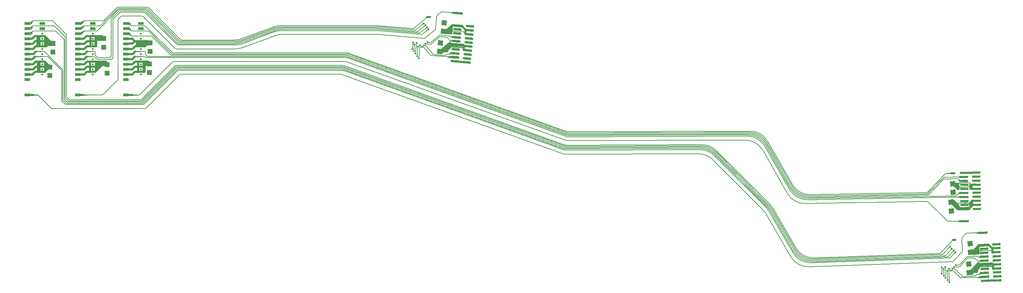
<source format=gbr>
*
G4_C Author: OrCAD GerbTool(tm) 8.1.1 Thu Jun 19 01:00:05 2003*
G4 Mass Parameters *
G4 Image *
G4 Aperture Definitions *
G4 Plot Data *
G4 Mass Parameters *
G4 Image *
G4 Aperture Definitions *
G4 Plot Data *
G4 Mass Parameters *
G4 Image *
G4 Aperture Definitions *
G4 Plot Data *
G4 Mass Parameters *
G4 Image *
G4 Aperture Definitions *
G4 Plot Data *
G4 Mass Parameters *
G4 Image *
G4 Aperture Definitions *
G4 Plot Data *
G4 Mass Parameters *
G4 Image *
G4 Aperture Definitions *
G4 Plot Data *
G4 Mass Parameters *
G4 Image *
G4 Aperture Definitions *
G4 Plot Data *
G4 Mass Parameters *
G4 Image *
G4 Aperture Definitions *
G4 Plot Data *
%LPD*%
%FSLAX34Y34*%
%MOIN*%
%AD*%
%AMD25R98*
20,1,0.025000,0.000000,-0.035000,0.000000,0.035000,98.600000*
%
%AMD10R98*
20,1,0.050000,-0.025000,0.000000,0.025000,0.000000,98.600000*
%
%AMD25R98N2*
20,1,0.025000,0.000000,-0.035000,0.000000,0.035000,98.600000*
%
%AMD10R98N2*
20,1,0.050000,-0.025000,0.000000,0.025000,0.000000,98.600000*
%
%AMD25R86*
20,1,0.025000,0.000000,-0.035000,0.000000,0.035000,86.080000*
%
%AMD10R86*
20,1,0.050000,-0.025000,0.000000,0.025000,0.000000,86.080000*
%
%AMD16R5*
20,1,0.025000,-0.035000,0.000000,0.035000,0.000000,5.450000*
%
%AMD10R5*
20,1,0.050000,-0.025000,0.000000,0.025000,0.000000,5.450000*
%
%AMD16R5N2*
20,1,0.025000,-0.035000,0.000000,0.035000,0.000000,5.450000*
%
%AMD10R5N2*
20,1,0.050000,-0.025000,0.000000,0.025000,0.000000,5.450000*
%
%AMD31R3*
20,1,0.025000,0.034920,-0.002390,-0.034920,0.002390,3.950000*
%
%AMD32R3*
20,1,0.050000,-0.001710,-0.024940,0.001710,0.024940,3.950000*
%
%AMD31R3N2*
20,1,0.025000,0.034920,-0.002390,-0.034920,0.002390,3.910000*
%
%AMD32R3N2*
20,1,0.050000,-0.001710,-0.024940,0.001710,0.024940,3.910000*
%
%AMD31R3N3*
20,1,0.025000,0.034920,-0.002390,-0.034920,0.002390,3.920000*
%
%AMD32R3N3*
20,1,0.050000,-0.001710,-0.024940,0.001710,0.024940,3.920000*
%
%AMD29R85*
20,1,0.022000,0.000000,-0.040000,0.000000,0.040000,85.000000*
%
%AMD42R85*
20,1,0.050000,-0.025000,0.000000,0.025000,0.000000,85.000000*
%
%AMD29R92*
20,1,0.022000,0.000000,-0.040000,0.000000,0.040000,92.400000*
%
%AMD42R92*
20,1,0.050000,-0.025000,0.000000,0.025000,0.000000,92.400000*
%
%AMD29R91*
20,1,0.022000,0.000000,-0.040000,0.000000,0.040000,91.300000*
%
%AMD42R91*
20,1,0.050000,-0.025000,0.000000,0.025000,0.000000,91.300000*
%
%AMD29R85N2*
20,1,0.022000,0.000000,-0.040000,0.000000,0.040000,85.000000*
%
%AMD42R85N2*
20,1,0.050000,-0.025000,0.000000,0.025000,0.000000,85.000000*
%
%AMD29R91N2*
20,1,0.022000,0.000000,-0.040000,0.000000,0.040000,91.000000*
%
%AMD42R91N2*
20,1,0.050000,-0.025000,0.000000,0.025000,0.000000,91.000000*
%
%AMD29R92N2*
20,1,0.022000,0.000000,-0.040000,0.000000,0.040000,92.000000*
%
%AMD42R92N2*
20,1,0.050000,-0.025000,0.000000,0.025000,0.000000,92.000000*
%
%ADD10R,0.050000X0.050000*%
%ADD11C,0.006000*%
%ADD12C,0.019000*%
%ADD13C,0.007900*%
%ADD14C,0.005000*%
%ADD15C,0.000800*%
%ADD16R,0.070000X0.025000*%
%ADD17R,0.068000X0.023000*%
%ADD18C,0.006000*%
%ADD19C,0.009800*%
%ADD20C,0.010000*%
%ADD21C,0.030000*%
%ADD22C,0.060000*%
%ADD23C,0.035000*%
%ADD24C,0.055000*%
%ADD25R,0.025000X0.070000*%
%ADD26D25R98*%
%ADD27R,0.029000X0.058000*%
%ADD28R,0.031000X0.060000*%
%ADD29R,0.022000X0.080000*%
%ADD30R,0.024000X0.082000*%
%ADD31R,0.030000X0.030000*%
%ADD32D10R86*%
%ADD33D16R5*%
%ADD34D10R5*%
%ADD35D16R5N2*%
%ADD36D10R5N2*%
%ADD37D31R3*%
%ADD38D32R3*%
%ADD39R,0.070000X0.025000*%
%ADD40D32R3N2*%
%ADD41R,0.070000X0.025000*%
%ADD42R,0.050000X0.050000*%
%ADD43D29R85*%
%ADD44D42R85*%
%ADD45D29R92*%
%ADD46D42R92*%
%ADD47D29R91*%
%ADD48D42R91*%
%ADD49D29R85N2*%
%ADD50D42R85N2*%
%ADD51D29R91N2*%
%ADD52D42R91N2*%
%ADD53D29R92N2*%
%ADD54D42R92N2*%
%ADD256R,0.058000X0.029000*%
G4_C OrCAD GerbTool Tool List *
G54D20*
G1X11540Y31868D2*
G1X11031Y31868D1*
G1X12223Y34128D2*
G54D12*
G1X12223Y34601D1*
G1X12223Y34246D2*
G1X12223Y34718D1*
G1X12276Y36623D2*
G1X12277Y37097D1*
G1X12194Y36118D2*
G54D11*
G1X11606Y36117D1*
G1X12294Y36018D2*
G75*
G3X12194Y36118I-100J0D1*
G74*
G1X11689Y31868D2*
G1X11427Y31868D1*
G1X11759Y31897D2*
G75*
G2X11689Y31868I-71J71D1*
G74*
G1X6231Y31866D2*
G54D12*
G1X5680Y31866D1*
G1X8073Y31869D2*
G54D11*
G1X6429Y31868D1*
G1X8143Y31898D2*
G75*
G2X8073Y31869I-71J71D1*
G74*
G1X6130Y31866D2*
G54D20*
G1X6571Y31866D1*
G1X1331Y31868D2*
G54D12*
G1X782Y31868D1*
G1X1741Y31868D2*
G54D20*
G1X1232Y31868D1*
G1X1811Y31837D2*
G75*
G54D11*
G3X1741Y31868I-71J-71D1*
G74*
G1X10971Y37368D2*
G54D12*
G1X10395Y37367D1*
G1X10526Y36367D2*
G1X11021Y36367D1*
G1X11272Y36619D1*
G1X10533Y35866D2*
G1X11032Y35866D1*
G1X11018Y34869D2*
G1X10471Y34869D1*
G1X10470Y34369D2*
G1X11017Y34369D1*
G1X11268Y34619D1*
G1X11004Y35368D2*
G1X11255Y35619D1*
G1X11269Y35119D2*
G1X11018Y34869D1*
G1X11259Y34119D2*
G1X11011Y33869D1*
G1X11032Y35866D2*
G1X11285Y36119D1*
G1X11016Y36871D2*
G1X10443Y36871D1*
G1X11264Y37119D2*
G1X11016Y36871D1*
G1X9629Y39226D2*
G75*
G54D11*
G2X9659Y39297I100J0D1*
G74*
G1X6331Y39111D2*
G1X6201Y39005D1*
G1X6271Y37365D2*
G54D12*
G1X6523Y37617D1*
G1X6320Y36365D2*
G1X6571Y36617D1*
G1X6317Y34367D2*
G1X6567Y34616D1*
G1X6303Y35367D2*
G1X6553Y35617D1*
G1X6567Y35116D2*
G1X6318Y34867D1*
G1X6558Y34117D2*
G1X6309Y33867D1*
G1X6553Y35617D2*
G54D20*
G1X7030Y35616D1*
G1X6331Y35865D2*
G54D12*
G1X6585Y36118D1*
G1X6585Y36117D2*
G54D20*
G1X7031Y36117D1*
G1X7832Y34617D2*
G54D12*
G1X6584Y34617D1*
G1X7883Y34616D2*
G1X7382Y34117D1*
G1X6558Y34117D1*
G1X6563Y37117D2*
G1X6316Y36868D1*
G1X7856Y34668D2*
G1X7406Y35117D1*
G1X7490Y37117D2*
G1X6563Y37117D1*
G1X6523Y37617D2*
G1X7490Y37617D1*
G1X7491Y36617D2*
G1X6571Y36617D1*
G1X8239Y34970D2*
G1X7738Y34471D1*
G1X6191Y38487D2*
G54D11*
G1X6327Y38599D1*
G75*
G2X6390Y38621I63J-78D1*
G74*
G1X6303Y38079D2*
G1X6196Y37992D1*
G1X6367Y38103D2*
G75*
G3X6303Y38079I0J-100D1*
G74*
G1X7254Y35617D2*
G1X6805Y35617D1*
G1X7326Y35587D2*
G75*
G3X7254Y35617I-71J-71D1*
G74*
G1X7398Y35728D2*
G75*
G2X7369Y35798I71J71D1*
G74*
G1X7369Y36016D1*
G1X7269Y36117D2*
G1X6805Y36117D1*
G1X7369Y36016D2*
G75*
G3X7269Y36117I-100J0D1*
G74*
G1X7564Y35561D2*
G1X7398Y35728D1*
G1X7635Y35531D2*
G75*
G2X7564Y35561I0J100D1*
G74*
G1X7516Y35396D2*
G1X7326Y35587D1*
G1X7587Y35367D2*
G75*
G2X7516Y35396I0J100D1*
G74*
G1X1045Y37762D2*
G1X1175Y37868D1*
G1X1045Y37975D1*
G1X1065Y37946D2*
G1X1065Y37792D1*
G1X1103Y37923D2*
G1X1102Y37814D1*
G1X1050Y37869D2*
G1X1175Y37868D1*
G1X1045Y38262D2*
G1X1175Y38369D1*
G1X1066Y38446D2*
G1X1065Y38292D1*
G1X1102Y38423D2*
G1X1103Y38315D1*
G1X1050Y38369D2*
G1X1175Y38369D1*
G1X1067Y38946D2*
G1X1066Y38792D1*
G1X1103Y38923D2*
G1X1104Y38815D1*
G1X1052Y38868D2*
G1X1176Y38869D1*
G1X1242Y38524D2*
G75*
G2X1341Y38624I100J0D1*
G74*
G1X1242Y38468D2*
G1X1242Y38524D1*
G1X1141Y38369D2*
G75*
G3X1242Y38468I0J100D1*
G74*
G1X1050Y37869D2*
G1X1175Y37868D1*
G1X1241Y38023D2*
G75*
G2X1341Y38123I100J0D1*
G74*
G1X1242Y37969D2*
G1X1241Y38023D1*
G1X1141Y37869D2*
G75*
G3X1242Y37969I0J100D1*
G74*
G1X1175Y38869D2*
G1X1045Y38975D1*
G1X1051Y38869D2*
G1X1175Y38869D1*
G1X1141Y38868D2*
G75*
G3X1241Y38969I0J100D1*
G74*
G1X1173Y38368D2*
G1X1044Y38475D1*
G1X1090Y38414D2*
G1X1215Y38413D1*
G1X1094Y38449D2*
G1X1219Y38449D1*
G1X1141Y38488D2*
G1X1271Y38594D1*
G1X1099Y38423D2*
G1X1229Y38529D1*
G1X1030Y38474D2*
G1X1154Y38473D1*
G1X1108Y38396D2*
G1X1238Y38502D1*
G1X1043Y38975D2*
G1X1169Y38975D1*
G1X1083Y38915D2*
G1X1207Y38915D1*
G1X1085Y38954D2*
G1X1210Y38953D1*
G1X1239Y39026D2*
G1X1109Y38919D1*
G1X1232Y38985D2*
G1X1102Y38879D1*
G1X1217Y38960D2*
G1X1087Y38854D1*
G1X1082Y38440D2*
G1X1212Y38547D1*
G1X1146Y37993D2*
G1X1276Y38099D1*
G1X1065Y37927D2*
G1X1195Y38033D1*
G1X1006Y37974D2*
G1X1130Y37974D1*
G1X1098Y37913D2*
G1X1223Y37913D1*
G1X1101Y37946D2*
G1X1226Y37946D1*
G1X1105Y37973D2*
G1X1230Y37972D1*
G1X1100Y37914D2*
G1X1230Y38021D1*
G1X1241Y38969D2*
G1X1241Y39029D1*
G75*
G2X1342Y39129I100J0D1*
G74*
G1X1283Y39112D2*
G1X1153Y39006D1*
G1X1227Y39067D2*
G1X1097Y38961D1*
G1X1222Y37366D2*
G54D12*
G1X645Y37367D1*
G1X1222Y37366D2*
G1X1474Y37618D1*
G1X1114Y38928D2*
G54D11*
G1X1242Y39057D1*
G1X775Y36366D2*
G54D12*
G1X1271Y36366D1*
G1X783Y35866D2*
G1X1283Y35866D1*
G1X721Y33868D2*
G1X1221Y33868D1*
G1X1269Y34868D2*
G1X721Y34867D1*
G1X721Y34368D2*
G1X1267Y34368D1*
G1X721Y35368D2*
G1X1255Y35368D1*
G1X1504Y35618D1*
G1X1510Y34118D2*
G1X1260Y33868D1*
G1X1266Y36869D2*
G1X694Y36870D1*
G1X1514Y37118D2*
G1X1266Y36869D1*
G1X1057Y38772D2*
G54D11*
G1X1187Y38879D1*
G1X1635Y36118D2*
G54D20*
G1X2081Y36117D1*
G1X2934Y34618D2*
G54D12*
G1X2434Y34118D1*
G1X2906Y34668D2*
G1X2457Y35118D1*
G1X1320Y36366D2*
G1X1572Y36618D1*
G1X1316Y34368D2*
G1X1567Y34618D1*
G1X1567Y35117D2*
G1X1318Y34868D1*
G1X1332Y35866D2*
G1X1584Y36119D1*
G1X14979Y35988D2*
G75*
G54D11*
G2X14909Y36017I0J100D1*
G74*
G1X14907Y35868D2*
G75*
G2X14837Y35897I0J100D1*
G74*
G1X14826Y35748D2*
G75*
G2X14756Y35777I0J100D1*
G74*
G1X14961Y35099D2*
G1X11759Y31897D1*
G1X15031Y35128D2*
G75*
G3X14961Y35099I0J-100D1*
G74*
G1X15272Y34748D2*
G75*
G3X15202Y34719I0J-100D1*
G74*
G1X15260Y34599D2*
G75*
G2X15330Y34628I71J-71D1*
G74*
G1X15387Y34508D2*
G75*
G3X15317Y34479I0J-100D1*
G74*
G1X15380Y34359D2*
G75*
G2X15450Y34388I71J-71D1*
G74*
G1X15524Y34268D2*
G75*
G3X15454Y34239I0J-100D1*
G74*
G1X15649Y33859D2*
G75*
G2X15719Y33888I71J-71D1*
G74*
G1X9764Y39936D2*
G75*
G2X9834Y39965I71J-71D1*
G74*
G1X9690Y40056D2*
G75*
G2X9760Y40085I71J-71D1*
G74*
G1X9627Y40176D2*
G75*
G2X9697Y40205I71J-71D1*
G74*
G1X9570Y40296D2*
G75*
G2X9640Y40325I71J-71D1*
G74*
G1X9513Y40416D2*
G75*
G2X9583Y40445I71J-71D1*
G74*
G1X9659Y39297D2*
G1X9915Y39554D1*
G75*
G2X9985Y39583I71J-71D1*
G74*
G1X12155Y30938D2*
G1X15454Y34239D1*
G1X12085Y30909D2*
G75*
G3X12155Y30938I0J100D1*
G74*
G1X15380Y34359D2*
G1X12080Y31058D1*
G75*
G2X12010Y31029I-71J71D1*
G74*
G1X12017Y31178D2*
G1X15317Y34479D1*
G1X11947Y31149D2*
G75*
G3X12017Y31178I0J100D1*
G74*
G1X15260Y34599D2*
G1X11960Y31298D1*
G75*
G2X11890Y31269I-71J71D1*
G74*
G1X11902Y31418D2*
G1X15202Y34719D1*
G1X11832Y31389D2*
G75*
G3X11902Y31418I0J100D1*
G74*
G1X11832Y31389D2*
G1X4883Y31389D1*
G75*
G2X4813Y31418I0J100D1*
G74*
G1X4784Y31269D2*
G1X11890Y31269D1*
G1X4713Y31298D2*
G75*
G3X4784Y31269I71J71D1*
G74*
G1X11947Y31149D2*
G1X4686Y31149D1*
G75*
G2X4615Y31178I0J100D1*
G74*
G1X4611Y31029D2*
G1X12010Y31029D1*
G1X4541Y31058D2*
G75*
G3X4611Y31029I71J71D1*
G74*
G1X12085Y30909D2*
G1X4512Y30909D1*
G75*
G2X4442Y30938I0J100D1*
G74*
G1X4128Y31252D1*
G1X4099Y31322D2*
G75*
G3X4128Y31252I100J0D1*
G74*
G1X4541Y31058D2*
G1X4248Y31351D1*
G75*
G2X4219Y31421I71J71D1*
G74*
G1X4615Y31178D2*
G1X4368Y31427D1*
G75*
G2X4339Y31497I71J71D1*
G74*
G1X4488Y31525D2*
G1X4713Y31298D1*
G1X4459Y31595D2*
G75*
G3X4488Y31525I100J0D1*
G74*
G1X4813Y31418D2*
G1X4611Y31620D1*
G75*
G2X4582Y31690I71J71D1*
G74*
G1X4099Y31322D2*
G1X4099Y34227D1*
G75*
G3X4070Y34297I-100J0D1*
G74*
G1X4219Y31421D2*
G1X4219Y34277D1*
G75*
G3X4190Y34347I-100J0D1*
G74*
G1X4070Y34297D2*
G1X2777Y35589D1*
G1X2707Y35618D2*
G1X1857Y35618D1*
G1X2777Y35589D2*
G75*
G3X2707Y35618I-71J-71D1*
G74*
G1X4190Y34347D2*
G1X2448Y36089D1*
G1X2378Y36118D2*
G1X1856Y36118D1*
G1X2448Y36089D2*
G75*
G3X2378Y36118I-71J-71D1*
G74*
G1X4339Y31497D2*
G1X4339Y37272D1*
G75*
G3X4310Y37342I-100J0D1*
G74*
G1X4459Y31595D2*
G1X4459Y37492D1*
G75*
G3X4430Y37562I-100J0D1*
G74*
G1X4582Y31690D2*
G1X4582Y37728D1*
G75*
G3X4553Y37798I-100J0D1*
G74*
G1X4310Y37342D2*
G1X3559Y38094D1*
G75*
G3X3489Y38123I-71J-71D1*
G74*
G1X4430Y37562D2*
G1X3399Y38594D1*
G75*
G3X3329Y38623I-71J-71D1*
G74*
G1X4553Y37798D2*
G1X3252Y39099D1*
G75*
G3X3182Y39128I-71J-71D1*
G74*
G1X2434Y34118D2*
G54D12*
G1X1510Y34118D1*
G1X2883Y34618D2*
G1X1550Y34618D1*
G1X2457Y35118D2*
G1X1550Y35117D1*
G1X2181Y35618D2*
G54D20*
G1X1550Y35618D1*
G1X2542Y37118D2*
G54D12*
G1X1514Y37118D1*
G1X3329Y38623D2*
G54D11*
G1X1341Y38623D1*
G1X3182Y39128D2*
G1X1342Y39128D1*
G1X3489Y38123D2*
G1X1340Y38123D1*
G1X1811Y31837D2*
G1X3091Y30558D1*
G75*
G3X3161Y30529I71J71D1*
G74*
G1X12280Y30529D1*
G1X12350Y30558D2*
G1X15649Y33859D1*
G1X12280Y30529D2*
G75*
G3X12350Y30558I0J100D1*
G74*
G1X8143Y31898D2*
G1X9600Y33355D1*
G1X9629Y33425D2*
G1X9629Y39226D1*
G1X9600Y33355D2*
G75*
G3X9629Y33425I-71J71D1*
G74*
G1X5671Y33867D2*
G54D12*
G1X6270Y33867D1*
G1X5669Y34367D2*
G1X6317Y34367D1*
G1X6318Y34867D2*
G1X5670Y34866D1*
G1X5670Y35367D2*
G1X6303Y35367D1*
G1X5732Y35865D2*
G1X6331Y35865D1*
G1X5724Y36365D2*
G1X6320Y36365D1*
G1X6271Y37365D2*
G1X5594Y37366D1*
G1X6316Y36868D2*
G1X5642Y36869D1*
G1X6129Y37879D2*
G54D11*
G1X5999Y37984D1*
G1X5999Y37773D2*
G1X6129Y37879D1*
G1X6004Y37879D1*
G1X6019Y37956D2*
G1X6019Y37801D1*
G1X6129Y37879D2*
G1X6004Y37879D1*
G1X6052Y37923D2*
G1X6178Y37923D1*
G1X6095Y37879D2*
G75*
G3X6196Y37979I0J100D1*
G74*
G1X6059Y37983D2*
G1X6184Y37983D1*
G1X6054Y37925D2*
G1X6184Y38031D1*
G1X6195Y38020D2*
G1X6195Y38075D1*
G1X6217Y38098D2*
G1X6019Y37937D1*
G1X6057Y37933D2*
G1X6057Y37825D1*
G1X6055Y37956D2*
G1X6180Y37956D1*
G1X6279Y38121D2*
G75*
G3X6217Y38098I0J-101D1*
G74*
G1X6196Y37979D2*
G1X6196Y38034D1*
G1X6423Y38121D2*
G1X6279Y38121D1*
G1X5961Y37965D2*
G1X6074Y38018D1*
G1X6061Y38012D2*
G1X6174Y38064D1*
G1X6129Y38379D2*
G1X5999Y38484D1*
G1X5999Y38273D2*
G1X6129Y38379D1*
G1X6004Y38379D1*
G1X6019Y38456D2*
G1X6019Y38301D1*
G1X6129Y38379D2*
G1X6004Y38379D1*
G1X6052Y38423D2*
G1X6178Y38423D1*
G1X6095Y38379D2*
G75*
G3X6196Y38479I0J100D1*
G74*
G1X6059Y38483D2*
G1X6184Y38483D1*
G1X6054Y38425D2*
G1X6184Y38531D1*
G1X6195Y38520D2*
G1X6195Y38575D1*
G1X6217Y38598D2*
G1X6019Y38437D1*
G1X6057Y38433D2*
G1X6057Y38325D1*
G1X6055Y38456D2*
G1X6180Y38456D1*
G1X6279Y38621D2*
G75*
G3X6217Y38598I0J-101D1*
G74*
G1X6196Y38479D2*
G1X6196Y38534D1*
G1X6423Y38621D2*
G1X6279Y38621D1*
G1X5961Y38466D2*
G1X6074Y38518D1*
G1X6061Y38512D2*
G1X6174Y38565D1*
G1X6131Y38878D2*
G1X6001Y38983D1*
G1X6001Y38772D2*
G1X6131Y38878D1*
G1X6006Y38878D1*
G1X6021Y38955D2*
G1X6021Y38800D1*
G1X6131Y38878D2*
G1X6006Y38878D1*
G1X6054Y38922D2*
G1X6180Y38922D1*
G1X6097Y38878D2*
G75*
G3X6198Y38978I0J100D1*
G74*
G1X6061Y38982D2*
G1X6186Y38982D1*
G1X6056Y38924D2*
G1X6186Y39030D1*
G1X6197Y39019D2*
G1X6197Y39074D1*
G1X6219Y39097D2*
G1X6021Y38936D1*
G1X6059Y38932D2*
G1X6059Y38824D1*
G1X6057Y38955D2*
G1X6182Y38955D1*
G1X6281Y39120D2*
G75*
G3X6219Y39097I0J-101D1*
G74*
G1X6198Y38978D2*
G1X6198Y39033D1*
G1X6425Y39120D2*
G1X6281Y39120D1*
G1X5963Y38964D2*
G1X6076Y39017D1*
G1X6063Y39011D2*
G1X6176Y39063D1*
G1X6137Y38476D2*
G1X6273Y38588D1*
G1X6155Y37999D2*
G1X6291Y38111D1*
G1X12277Y36618D2*
G54D12*
G1X11272Y36618D1*
G1X11286Y36117D2*
G54D20*
G1X11832Y36118D1*
G1X11255Y35618D2*
G1X11832Y35618D1*
G1X12538Y35118D2*
G54D12*
G1X11269Y35118D1*
G1X12223Y34618D2*
G1X11285Y34618D1*
G1X12223Y34118D2*
G1X11259Y34118D1*
G1X12222Y35618D2*
G54D11*
G1X11575Y35618D1*
G1X12292Y35589D2*
G75*
G3X12222Y35618I-71J-71D1*
G74*
G1X12292Y35589D2*
G1X12344Y35537D1*
G1X12344Y35537D2*
G75*
G3X12414Y35508I71J71D1*
G74*
G1X12294Y35865D2*
G1X12294Y36018D1*
G1X12323Y35794D2*
G75*
G2X12294Y35865I71J71D1*
G74*
G1X12323Y35794D2*
G1X12460Y35657D1*
G1X12460Y35657D2*
G75*
G3X12530Y35628I71J71D1*
G74*
G1X10471Y35368D2*
G54D12*
G1X11004Y35368D1*
G1X10471Y33868D2*
G1X10972Y33868D1*
G1X11031Y31868D2*
G1X10481Y31868D1*
G1X11841Y36366D3*
G1X11840Y35866D3*
G1X11840Y34367D3*
G1X11839Y35367D3*
G1X11839Y34867D3*
G1X11840Y33866D3*
G1X11839Y37867D3*
G54D256*
G1X11839Y38367D3*
G1X11841Y38867D3*
G1X10370Y38369D3*
G1X10369Y37868D3*
G1X10369Y37369D3*
G1X10369Y36869D3*
G1X10369Y36368D3*
G1X10370Y35868D3*
G1X10370Y35368D3*
G1X10369Y34867D3*
G1X10370Y34368D3*
G1X10369Y33869D3*
G1X10370Y33368D3*
G1X10369Y31868D3*
G1X10370Y38868D3*
G1X12538Y36800D2*
G54D12*
G1X12150Y36800D1*
G1X12545Y36976D2*
G1X12150Y36976D1*
G1X11839Y37367D3*
G1X12537Y37116D2*
G1X11264Y37116D1*
G54D42*
G1X12677Y34047D3*
G1X12678Y34887D3*
G1X12754Y36111D3*
G1X12755Y36951D3*
G54D12*
G1X7152Y36366D3*
G1X7151Y35866D3*
G1X7151Y34367D3*
G1X7151Y36866D3*
G1X7150Y37367D3*
G1X7150Y35367D3*
G1X7150Y34867D3*
G1X7151Y33866D3*
G54D256*
G1X5681Y38369D3*
G1X5680Y37868D3*
G1X5680Y37369D3*
G1X5680Y36869D3*
G1X5680Y36368D3*
G1X5681Y35868D3*
G1X5681Y35368D3*
G1X5680Y34867D3*
G1X5681Y34368D3*
G1X5680Y33869D3*
G1X5681Y33368D3*
G1X5680Y31868D3*
G1X5681Y38868D3*
G1X7150Y38867D3*
G1X7150Y38367D3*
G54D12*
G1X7150Y37867D3*
G1X9627Y40176D2*
G54D11*
G1X7602Y38150D1*
G1X7532Y38121D2*
G1X6367Y38121D1*
G1X7602Y38150D2*
G75*
G2X7532Y38121I-71J71D1*
G74*
G1X6390Y38621D2*
G1X7855Y38621D1*
G1X7925Y38650D2*
G1X9570Y40296D1*
G1X7855Y38621D2*
G75*
G3X7925Y38650I0J100D1*
G74*
G1X9513Y40416D2*
G1X8245Y39149D1*
G1X8175Y39120D2*
G1X6390Y39120D1*
G1X8245Y39149D2*
G75*
G2X8175Y39120I-71J71D1*
G74*
G1X6897Y37084D2*
G54D12*
G1X6897Y37557D1*
G1X6897Y36642D2*
G1X6897Y37115D1*
G1X7406Y36647D2*
G1X7406Y37120D1*
G1X7406Y37054D2*
G1X7406Y37527D1*
G1X5985Y37947D2*
G54D11*
G1X5985Y37792D1*
G1X5970Y37909D2*
G1X5970Y37754D1*
G1X5983Y38445D2*
G1X5983Y38290D1*
G1X5970Y38409D2*
G1X5970Y38254D1*
G1X5980Y38941D2*
G1X5980Y38786D1*
G1X5970Y38909D2*
G1X5970Y38754D1*
G1X6284Y39124D2*
G1X6154Y39018D1*
G1X8847Y35532D2*
G1X7635Y35532D1*
G1X8947Y35632D2*
G75*
G2X8847Y35532I-100J0D1*
G74*
G1X7587Y35367D2*
G1X8998Y35367D1*
G75*
G3X9098Y35467I0J100D1*
G74*
G1X9097Y39227D1*
G1X9126Y39298D2*
G1X9764Y39936D1*
G1X9097Y39227D2*
G75*
G2X9126Y39298I100J0D1*
G74*
G1X8947Y35632D2*
G1X8947Y39271D1*
G1X8976Y39342D2*
G1X9690Y40056D1*
G1X8947Y39271D2*
G75*
G2X8976Y39342I100J0D1*
G74*
G54D42*
G1X8546Y33993D3*
G1X8547Y34833D3*
G1X8035Y37617D2*
G54D12*
G1X7465Y37617D1*
G1X7490Y36617D2*
G1X7490Y37606D1*
G1X7424Y36976D2*
G1X7480Y36976D1*
G1X7480Y36799D2*
G1X7424Y36799D1*
G1X8042Y37445D2*
G1X7472Y37445D1*
G1X8048Y37258D2*
G1X7478Y37258D1*
G54D42*
G1X8215Y36535D3*
G1X8216Y37375D3*
G54D12*
G1X2223Y36365D3*
G1X2222Y35865D3*
G1X2222Y34366D3*
G1X2222Y36865D3*
G1X2221Y37366D3*
G1X2221Y35366D3*
G1X2221Y34866D3*
G1X2222Y33865D3*
G1X2221Y37866D3*
G54D256*
G1X2221Y38366D3*
G1X2223Y38866D3*
G1X751Y38368D3*
G1X750Y37867D3*
G1X750Y37368D3*
G1X750Y36868D3*
G1X750Y36367D3*
G1X751Y35867D3*
G1X751Y35367D3*
G1X750Y34866D3*
G1X751Y34367D3*
G1X750Y33868D3*
G1X751Y33367D3*
G1X750Y31866D3*
G1X751Y38867D3*
G1X1514Y37618D2*
G54D12*
G1X2456Y37618D1*
G54D42*
G1X2933Y33758D3*
G1X2934Y34598D3*
G1X3252Y36062D3*
G1X3253Y36902D3*
G1X2547Y37056D2*
G54D12*
G1X3407Y37056D1*
G1X2907Y37168D2*
G1X2458Y37618D1*
G1X3159Y36914D2*
G1X2710Y37364D1*
G1X2547Y36747D2*
G1X3407Y36747D1*
G1X2495Y36911D2*
G1X3355Y36911D1*
G1X3084Y36870D2*
G1X2635Y37320D1*
G1X2641Y36733D2*
G1X2641Y37410D1*
G1X2488Y36618D2*
G1X2488Y37568D1*
G1X3018Y37062D2*
G1X2568Y36618D1*
G1X2550Y36617D2*
G1X1595Y36617D1*
G1X1960Y34140D2*
G1X1960Y35090D1*
G1X1777Y34147D2*
G1X1777Y35097D1*
G1X1942Y36634D2*
G1X1942Y37584D1*
G1X1757Y36620D2*
G1X1757Y37570D1*
G1X2482Y35087D2*
G1X2482Y34188D1*
G1X2640Y34918D2*
G1X2640Y34418D1*
G1X12125Y36702D2*
G1X12125Y37117D1*
G1X11454Y36667D2*
G1X11454Y37117D1*
G1X11235Y37122D2*
G1X10983Y37376D1*
G54D256*
G1X11789Y36950D3*
G1X11768Y36795D3*
G1X10658Y37973D2*
G54D11*
G1X10788Y37867D1*
G1X10658Y37761D1*
G1X10664Y37867D2*
G1X10788Y37867D1*
G1X10664Y37867D1*
G1X10754Y37868D2*
G75*
G2X10854Y37767I0J-100D1*
G74*
G1X10679Y37810D2*
G1X10809Y37703D1*
G1X10618Y37763D2*
G1X10744Y37762D1*
G1X10712Y37823D2*
G1X10836Y37823D1*
G1X10714Y37790D2*
G1X10840Y37790D1*
G1X10719Y37763D2*
G1X10843Y37763D1*
G1X10714Y37821D2*
G1X10844Y37715D1*
G1X10854Y37731D2*
G1X10853Y37676D1*
G1X10854Y37776D2*
G1X10854Y37721D1*
G1X10673Y37927D2*
G1X10673Y37800D1*
G1X10659Y38473D2*
G1X10789Y38367D1*
G1X10663Y38368D1*
G1X10755Y38367D2*
G75*
G2X10854Y38267I0J-100D1*
G74*
G1X10787Y38367D2*
G1X10656Y38261D1*
G1X10704Y38323D2*
G1X10829Y38322D1*
G1X10707Y38287D2*
G1X10832Y38287D1*
G1X10712Y38313D2*
G1X10842Y38207D1*
G1X10642Y38262D2*
G1X10768Y38262D1*
G1X10722Y38340D2*
G1X10852Y38234D1*
G1X10696Y38295D2*
G1X10826Y38189D1*
G1X10853Y38238D2*
G1X10853Y38183D1*
G1X10853Y38281D2*
G1X10853Y38226D1*
G1X10677Y38422D2*
G1X10677Y38295D1*
G1X10664Y38870D2*
G1X10790Y38870D1*
G1X10659Y38976D1*
G1X10789Y38870D2*
G1X10658Y38764D1*
G1X10663Y38870D2*
G1X10789Y38870D1*
G1X10754Y38870D2*
G75*
G2X10854Y38770I0J-100D1*
G74*
G1X10656Y38765D2*
G1X10781Y38764D1*
G1X10695Y38824D2*
G1X10821Y38825D1*
G1X10699Y38785D2*
G1X10823Y38785D1*
G1X10852Y38713D2*
G1X10722Y38819D1*
G1X10846Y38755D2*
G1X10716Y38860D1*
G1X10830Y38779D2*
G1X10700Y38885D1*
G1X10854Y38770D2*
G1X10855Y38710D1*
G1X10839Y38672D2*
G1X10709Y38778D1*
G1X10727Y38811D2*
G1X10855Y38682D1*
G1X10673Y38920D2*
G1X10673Y38793D1*
G1X10759Y37743D2*
G1X10866Y37656D1*
G75*
G3X10929Y37634I63J78D1*
G74*
G1X10755Y38248D2*
G1X10880Y38147D1*
G75*
G3X10943Y38124I63J77D1*
G74*
G1X10765Y38733D2*
G1X10871Y38647D1*
G75*
G3X10934Y38624I63J77D1*
G74*
G1X14756Y35777D2*
G1X12930Y37604D1*
G1X12859Y37634D2*
G1X10929Y37634D1*
G1X12930Y37604D2*
G75*
G3X12859Y37634I-71J-71D1*
G74*
G1X10943Y38124D2*
G1X12569Y38124D1*
G1X12639Y38095D2*
G1X14837Y35897D1*
G1X12569Y38124D2*
G75*
G2X12639Y38095I0J-100D1*
G74*
G1X12223Y34268D2*
G54D12*
G1X12123Y34269D1*
G1X12224Y34431D2*
G1X12124Y34431D1*
G1X12537Y34776D2*
G1X12124Y34776D1*
G1X12124Y34938D2*
G1X12537Y34938D1*
G1X11583Y34122D2*
G1X11583Y34595D1*
G1X11583Y34566D2*
G1X11583Y35038D1*
G1X12123Y34138D2*
G1X12123Y34611D1*
G1X12124Y34561D2*
G1X12124Y35034D1*
G1X6893Y34134D2*
G1X6893Y34607D1*
G1X7650Y34430D2*
G1X7441Y34430D1*
G1X6893Y34607D2*
G1X6893Y35080D1*
G1X8449Y34774D2*
G1X7441Y34774D1*
G1X7441Y34937D2*
G1X8450Y34937D1*
G1X7437Y34207D2*
G1X7437Y34680D1*
G1X7437Y34567D2*
G1X7437Y35040D1*
G1X8449Y35117D2*
G1X6567Y35117D1*
G1X15698Y37287D2*
G75*
G54D11*
G3X15839Y37228I142J141D1*
G74*
G1X15600Y37167D2*
G75*
G3X15741Y37108I142J141D1*
G74*
G1X15646Y36988D2*
G75*
G2X15505Y37047I0J200D1*
G74*
G1X15429Y36927D2*
G75*
G3X15570Y36868I142J142D1*
G74*
G1X15471Y36748D2*
G75*
G2X15330Y36807I0J200D1*
G74*
G1X15165Y36427D2*
G75*
G3X15306Y36368I142J142D1*
G74*
G1X15839Y37228D2*
G75*
G2X15698Y37287I0J200D1*
G74*
G1X9583Y40445D2*
G1X12465Y40445D1*
G1X12607Y40386D2*
G1X15698Y37287D1*
G1X12465Y40445D2*
G75*
G2X12607Y40386I0J-200D1*
G74*
G1X9640Y40325D2*
G1X12366Y40325D1*
G1X12508Y40266D2*
G1X15600Y37167D1*
G1X12366Y40325D2*
G75*
G2X12508Y40266I0J-200D1*
G74*
G1X9697Y40205D2*
G1X12264Y40205D1*
G1X12406Y40146D2*
G1X15505Y37047D1*
G1X12264Y40205D2*
G75*
G2X12406Y40146I0J-200D1*
G74*
G1X9760Y40085D2*
G1X12188Y40085D1*
G1X12330Y40026D2*
G1X15429Y36927D1*
G1X12188Y40085D2*
G75*
G2X12330Y40026I0J-200D1*
G74*
G1X9834Y39965D2*
G1X12089Y39965D1*
G1X12231Y39906D2*
G1X15330Y36807D1*
G1X12089Y39965D2*
G75*
G2X12231Y39906I0J-200D1*
G74*
G1X9985Y39583D2*
G1X11927Y39583D1*
G1X12069Y39524D2*
G1X15165Y36427D1*
G1X11927Y39583D2*
G75*
G2X12069Y39524I0J-200D1*
G74*
G1X10934Y38624D2*
G1X12219Y38624D1*
G1X12361Y38565D2*
G1X14909Y36017D1*
G1X12219Y38624D2*
G75*
G2X12361Y38565I0J-200D1*
G74*
G1X72628Y20611D2*
G75*
G2X72945Y20197I-1413J-1409D1*
G74*
G1X72932Y20845D2*
G75*
G2X73250Y20430I-1413J-1409D1*
G74*
G1X73028Y20918D2*
G75*
G2X73346Y20504I-1413J-1409D1*
G74*
G1X73442Y20577D2*
G75*
G3X73125Y20991I-1720J-988D1*
G74*
G1X73221Y21065D2*
G75*
G2X73538Y20650I-1413J-1409D1*
G74*
G1X73317Y21139D2*
G75*
G2X73634Y20724I-1413J-1409D1*
G74*
G1X67757Y25500D2*
G1X72628Y20611D1*
G1X66333Y26088D2*
G75*
G2X67757Y25500I6J-2006D1*
G74*
G1X72932Y20845D2*
G1X67883Y25912D1*
G1X67883Y25912D2*
G75*
G3X66459Y26500I-1424J-1420D1*
G74*
G1X67932Y26032D2*
G1X73028Y20918D1*
G1X66509Y26620D2*
G75*
G2X67932Y26032I6J-2006D1*
G74*
G1X73125Y20991D2*
G1X67982Y26152D1*
G1X67982Y26152D2*
G75*
G3X66559Y26741I-1424J-1420D1*
G74*
G1X68032Y26273D2*
G1X73221Y21065D1*
G1X66608Y26861D2*
G75*
G2X68032Y26273I6J-2006D1*
G74*
G1X73317Y21139D2*
G1X68081Y26393D1*
G1X68081Y26393D2*
G75*
G3X66658Y26981I-1424J-1420D1*
G74*
G1X70882Y27436D2*
G75*
G2X72630Y26420I6J-1996D1*
G74*
G1X72850Y26803D2*
G75*
G3X71102Y27818I-1748J-988D1*
G74*
G1X71172Y27939D2*
G75*
G2X72919Y26924I6J-1996D1*
G74*
G1X72989Y27044D2*
G75*
G3X71242Y28059I-1748J-988D1*
G74*
G1X71311Y28179D2*
G75*
G2X73059Y27164I6J-1996D1*
G74*
G1X73129Y27284D2*
G75*
G3X71381Y28299I-1748J-988D1*
G74*
G1X53654Y28238D1*
G1X53654Y28238D2*
G75*
G2X53483Y28267I-2J499D1*
G74*
G1X53634Y28118D2*
G1X71311Y28179D1*
G1X53463Y28147D2*
G75*
G3X53634Y28118I171J475D1*
G74*
G1X71242Y28059D2*
G1X53614Y27998D1*
G1X53614Y27998D2*
G75*
G2X53443Y28027I-2J499D1*
G74*
G1X53592Y27877D2*
G1X71172Y27939D1*
G1X53421Y27907D2*
G75*
G3X53592Y27877I171J475D1*
G74*
G1X71102Y27818D2*
G1X53571Y27757D1*
G1X53571Y27757D2*
G75*
G2X53400Y27787I-2J499D1*
G74*
G1X53505Y27375D2*
G1X70882Y27436D1*
G1X53334Y27405D2*
G75*
G3X53505Y27375I171J475D1*
G74*
G1X66658Y26981D2*
G1X53429Y26935D1*
G1X53429Y26935D2*
G75*
G2X53258Y26965I-2J499D1*
G74*
G1X53408Y26815D2*
G1X66608Y26861D1*
G1X53237Y26844D2*
G75*
G3X53408Y26815I171J475D1*
G74*
G1X66559Y26741D2*
G1X53387Y26695D1*
G1X53387Y26695D2*
G75*
G2X53216Y26724I-2J499D1*
G74*
G1X53367Y26575D2*
G1X66509Y26620D1*
G1X53196Y26604D2*
G75*
G3X53367Y26575I171J475D1*
G74*
G1X66459Y26500D2*
G1X53347Y26455D1*
G1X53347Y26455D2*
G75*
G2X53176Y26484I-2J499D1*
G74*
G1X53276Y26042D2*
G1X66333Y26088D1*
G1X53105Y26072D2*
G75*
G3X53276Y26042I171J475D1*
G74*
G1X53483Y28267D2*
G1X32120Y35959D1*
G1X31950Y35988D2*
G1X14979Y35988D1*
G1X32120Y35959D2*
G75*
G3X31950Y35988I-169J-470D1*
G74*
G1X14907Y35868D2*
G1X31929Y35868D1*
G1X32099Y35839D2*
G1X53463Y28147D1*
G1X31929Y35868D2*
G75*
G2X32099Y35839I0J-498D1*
G74*
G1X53443Y28027D2*
G1X32077Y35719D1*
G1X31908Y35748D2*
G1X14826Y35748D1*
G1X32077Y35719D2*
G75*
G3X31908Y35748I-169J-470D1*
G74*
G1X12530Y35628D2*
G1X31887Y35628D1*
G1X32057Y35599D2*
G1X53421Y27907D1*
G1X31887Y35628D2*
G75*
G2X32057Y35599I0J-498D1*
G74*
G1X53400Y27787D2*
G1X32036Y35479D1*
G1X31866Y35508D2*
G1X12414Y35508D1*
G1X32036Y35479D2*
G75*
G3X31866Y35508I-169J-470D1*
G74*
G1X15031Y35128D2*
G1X31794Y35128D1*
G1X31963Y35099D2*
G1X53334Y27405D1*
G1X31794Y35128D2*
G75*
G2X31963Y35099I0J-498D1*
G74*
G1X53258Y26965D2*
G1X31720Y34719D1*
G1X31551Y34748D2*
G1X15272Y34748D1*
G1X31720Y34719D2*
G75*
G3X31551Y34748I-169J-470D1*
G74*
G1X15330Y34628D2*
G1X31530Y34628D1*
G1X31699Y34599D2*
G1X53237Y26844D1*
G1X31530Y34628D2*
G75*
G2X31699Y34599I0J-498D1*
G74*
G1X53216Y26724D2*
G1X31678Y34479D1*
G1X31509Y34508D2*
G1X15387Y34508D1*
G1X31678Y34479D2*
G75*
G3X31509Y34508I-169J-470D1*
G74*
G1X15450Y34388D2*
G1X31488Y34388D1*
G1X31657Y34359D2*
G1X53196Y26604D1*
G1X31488Y34388D2*
G75*
G2X31657Y34359I0J-498D1*
G74*
G1X53176Y26484D2*
G1X31636Y34239D1*
G1X31467Y34268D2*
G1X15524Y34268D1*
G1X31636Y34239D2*
G75*
G3X31467Y34268I-169J-470D1*
G74*
G1X15719Y33888D2*
G1X31306Y33888D1*
G1X31475Y33859D2*
G1X53105Y26072D1*
G1X31306Y33888D2*
G75*
G2X31475Y33859I0J-498D1*
G74*
G1X24996Y37665D2*
G75*
G2X25680Y37785I684J-1880D1*
G74*
G1X25613Y38165D2*
G75*
G3X24929Y38045I0J-2012D1*
G74*
G1X24908Y38165D2*
G75*
G2X25592Y38285I684J-1880D1*
G74*
G1X25571Y38405D2*
G75*
G3X24887Y38285I0J-2012D1*
G74*
G1X24866Y38405D2*
G75*
G2X25550Y38525I684J-1880D1*
G74*
G1X25529Y38645D2*
G75*
G3X24845Y38525I0J-2012D1*
G74*
G1X21615Y37349D1*
G1X20931Y37228D2*
G1X15839Y37228D1*
G1X21615Y37349D2*
G75*
G2X20931Y37228I-684J1880D1*
G74*
G1X15741Y37108D2*
G1X20952Y37108D1*
G1X21636Y37229D2*
G1X24866Y38405D1*
G1X20952Y37108D2*
G75*
G3X21636Y37229I0J2012D1*
G74*
G1X24887Y38285D2*
G1X21657Y37109D1*
G1X20973Y36988D2*
G1X15646Y36988D1*
G1X21657Y37109D2*
G75*
G2X20973Y36988I-684J1880D1*
G74*
G1X15570Y36868D2*
G1X20994Y36868D1*
G1X21678Y36989D2*
G1X24908Y38165D1*
G1X20994Y36868D2*
G75*
G3X21678Y36989I0J2012D1*
G74*
G1X24929Y38045D2*
G1X21699Y36869D1*
G1X21015Y36748D2*
G1X15471Y36748D1*
G1X21699Y36869D2*
G75*
G2X21015Y36748I-684J1880D1*
G74*
G1X15306Y36368D2*
G1X21082Y36368D1*
G1X21766Y36489D2*
G1X24996Y37665D1*
G1X21082Y36368D2*
G75*
G3X21766Y36489I0J2012D1*
G74*
G1X42857Y39858D2*
G54D12*
G1X42358Y39901D1*
G1X42653Y39875D2*
G54D20*
G1X42146Y39920D1*
G1X41193Y39974D2*
G75*
G54D11*
G2X41267Y39997I65J-77D1*
G74*
G54D12*
G1X39117Y36736D3*
G1X39003Y35441D3*
G1X39004Y35441D2*
G54D11*
G1X39117Y36736D1*
G1X41614Y36451D2*
G54D12*
G1X42069Y36832D1*
G1X41940Y36542D2*
G1X41618Y36272D1*
G1X41627Y36383D3*
G1X42741Y35916D2*
G1X42160Y35967D1*
G1X42137Y35977D2*
G54D20*
G1X41988Y35853D1*
G1X42808Y37492D2*
G54D12*
G1X42310Y37535D1*
G1X42605Y37510D2*
G54D20*
G1X42098Y37554D1*
G1X42591Y37114D2*
G1X42063Y37161D1*
G1X42276Y37142D2*
G54D12*
G1X42774Y37098D1*
G1X42026Y35547D2*
G54D11*
G1X42013Y35536D1*
G1X42031Y37604D2*
G1X42079Y37548D1*
G1X41964Y37640D2*
G75*
G2X42031Y37604I-9J-100D1*
G74*
G1X42042Y37160D2*
G1X41781Y37472D1*
G75*
G3X41712Y37508I-77J-65D1*
G74*
G1X42154Y39919D2*
G1X41267Y39997D1*
G1X43281Y35076D2*
G54D12*
G1X42701Y35127D1*
G1X41103Y37562D2*
G54D11*
G1X41712Y37508D1*
G1X41030Y37539D2*
G75*
G2X41103Y37562I65J-77D1*
G74*
G1X41086Y37717D2*
G1X41964Y37640D1*
G1X41013Y37694D2*
G75*
G2X41086Y37717I65J-77D1*
G74*
G1X41978Y35842D2*
G1X41811Y35857D1*
G75*
G3X41738Y35834I-9J-99D1*
G74*
G1X41636Y35747D1*
G75*
G2X41562Y35725I-65J77D1*
G74*
G1X40438Y35823D1*
G75*
G2X40370Y35858I9J100D1*
G74*
G1X41791Y36109D2*
G54D12*
G1X41032Y36176D1*
G1X41200Y36255D2*
G1X41655Y36636D1*
G1X41359Y36197D2*
G1X41814Y36578D1*
G1X41227Y35955D2*
G1X41682Y36336D1*
G1X39479Y38868D3*
G1X39639Y38679D3*
G1X39798Y38489D3*
G1X39957Y38299D3*
G1X39374Y37809D2*
G75*
G54D11*
G2X39301Y37787I-65J77D1*
G74*
G54D12*
G1X39845Y37022D3*
G1X39655Y36863D3*
G1X39466Y36704D3*
G1X39276Y36545D3*
G1X39957Y38298D2*
G54D11*
G1X39377Y37811D1*
G1X39377Y37811D2*
G75*
G2X39304Y37788I-65J77D1*
G74*
G1X41013Y37694D2*
G1X40214Y37019D1*
G1X40141Y36996D2*
G1X39845Y37022D1*
G1X40214Y37019D2*
G75*
G2X40141Y36996I-65J77D1*
G74*
G1X41030Y37539D2*
G1X40209Y36845D1*
G1X40136Y36821D2*
G1X39655Y36863D1*
G1X40209Y36845D2*
G75*
G2X40136Y36821I-65J76D1*
G74*
G1X39275Y36536D2*
G1X39454Y36521D1*
G75*
G2X39521Y36486I-9J-100D1*
G74*
G1X39466Y36704D2*
G1X39635Y36689D1*
G1X39703Y36654D2*
G1X40370Y35858D1*
G1X39635Y36689D2*
G75*
G2X39703Y36654I-9J-100D1*
G74*
G1X39611Y37407D2*
G75*
G2X39537Y37385I-65J77D1*
G74*
G1X39814Y39472D2*
G1X38500Y38370D1*
G1X38500Y38370D2*
G75*
G2X38428Y38347I-65J77D1*
G74*
G1X38721Y38231D2*
G1X39479Y38868D1*
G1X38648Y38208D2*
G75*
G3X38721Y38231I9J100D1*
G74*
G1X39639Y38679D2*
G1X38940Y38090D1*
G1X38940Y38090D2*
G75*
G2X38866Y38068I-65J77D1*
G74*
G1X39158Y37951D2*
G1X39798Y38489D1*
G1X39085Y37928D2*
G75*
G3X39158Y37951I9J100D1*
G74*
G54D12*
G1X38436Y36972D3*
G1X38595Y36781D3*
G1X38846Y35631D2*
G54D11*
G1X38929Y36578D1*
G54D12*
G1X38929Y36576D3*
G1X38785Y36941D3*
G1X38694Y35930D3*
G1X38595Y36781D2*
G54D11*
G1X38537Y36120D1*
G1X38785Y36941D2*
G1X38696Y35930D1*
G1X38381Y36350D2*
G1X38435Y36972D1*
G54D12*
G1X38537Y36140D3*
G1X38846Y35659D3*
G1X38381Y36369D3*
G1X41903Y35574D2*
G54D11*
G1X40199Y35723D1*
G1X40132Y35758D2*
G1X39521Y36486D1*
G1X40199Y35723D2*
G75*
G2X40132Y35758I9J100D1*
G74*
G1X41806Y35582D2*
G54D20*
G1X41997Y35565D1*
G1X42560Y35516D2*
G54D12*
G1X41979Y35567D1*
G1X39611Y37407D2*
G54D11*
G1X40605Y38244D1*
G75*
G3X40640Y38311I-65J77D1*
G74*
G1X40750Y39564D1*
G1X40785Y39631D2*
G1X41193Y39974D1*
G1X40750Y39564D2*
G75*
G2X40785Y39631I100J-9D1*
G74*
G54D49*
G1X43694Y35043D3*
G1X43729Y35437D3*
G1X43763Y35828D3*
G1X43797Y36220D3*
G1X43831Y36612D3*
G1X43866Y37004D3*
G1X43900Y37396D3*
G1X43934Y37789D3*
G1X43969Y38181D3*
G1X44003Y38573D3*
G1X42498Y35148D3*
G1X42532Y35541D3*
G1X42566Y35932D3*
G1X42601Y36325D3*
G1X42635Y36717D3*
G1X42669Y37109D3*
G1X42704Y37501D3*
G1X42738Y37894D3*
G1X42772Y38286D3*
G1X42909Y39853D3*
G1X43535Y37809D2*
G54D12*
G1X43571Y38230D1*
G1X42179Y37879D2*
G1X41634Y37927D1*
G1X42178Y37878D2*
G1X42238Y38554D1*
G1X41770Y38062D2*
G1X42200Y38421D1*
G1X41765Y38240D2*
G1X42306Y38693D1*
G1X42188Y38067D2*
G1X41643Y38115D1*
G1X42209Y38141D2*
G1X41664Y38188D1*
G1X43564Y38017D2*
G54D18*
G1X42231Y38134D1*
G1X43550Y38256D2*
G54D12*
G1X43261Y38600D1*
G1X43269Y38558D2*
G1X42343Y38639D1*
G1X42309Y38693D2*
G1X43251Y38611D1*
G1X43396Y36240D2*
G1X43433Y36662D1*
G1X42062Y36501D2*
G1X42099Y36924D1*
G1X41546Y36545D2*
G1X42052Y36942D1*
G1X41792Y36108D2*
G1X41829Y36531D1*
G1X42062Y36501D2*
G1X41740Y36231D1*
G1X41919Y36407D2*
G1X41956Y36830D1*
G54D49*
G1X42515Y36728D3*
G1X43123Y36673D3*
G1X43414Y36806D2*
G54D20*
G1X42118Y36919D1*
G1X43355Y36494D2*
G54D19*
G1X42100Y36604D1*
G54D50*
G1X41040Y36124D3*
G1X41114Y36960D3*
G1X41402Y38099D3*
G1X41476Y38936D3*
G1X39816Y39474D2*
G75*
G54D11*
G2X39889Y39498I65J-77D1*
G74*
G1X40109Y39475D2*
G54D12*
G1X39827Y39499D1*
G1X39888Y39495D2*
G54D20*
G1X39967Y39488D1*
G1X92357Y19498D2*
G54D12*
G1X91857Y19490D1*
G1X92153Y19495D2*
G54D20*
G1X91644Y19486D1*
G1X90761Y19471D2*
G54D11*
G1X91787Y19488D1*
G1X90689Y19498D2*
G75*
G3X90761Y19471I70J72D1*
G74*
G1X92839Y21279D2*
G54D14*
G1X92339Y21270D1*
G1X92001Y20700D2*
G54D12*
G1X92653Y20712D1*
G1X91909Y23420D2*
G54D20*
G1X91770Y23554D1*
G1X92378Y21861D2*
G54D12*
G1X91879Y21852D1*
G1X92174Y21858D2*
G54D20*
G1X91666Y21849D1*
G1X92372Y22255D2*
G54D12*
G1X91872Y22246D1*
G1X91770Y23554D2*
G54D11*
G1X91703Y23620D1*
G75*
G3X91631Y23647I-70J-72D1*
G74*
G1X91227Y21511D2*
G54D12*
G1X91654Y21099D1*
G1X91888Y20697D2*
G1X92543Y20709D1*
G1X91110Y21210D2*
G1X91627Y20710D1*
G1X92694Y20824D2*
G54D19*
G1X91905Y20810D1*
G1X92553Y21274D2*
G54D14*
G1X91572Y21257D1*
G1X91170Y21152D2*
G54D12*
G1X91688Y20652D1*
G1X92425Y20619D2*
G54D19*
G1X91925Y20610D1*
G1X91540Y23003D2*
G54D12*
G1X91238Y23294D1*
G1X91621Y22798D2*
G1X91319Y23090D1*
G1X91724Y22826D2*
G1X91421Y23118D1*
G1X93100Y24236D2*
G1X92517Y24226D1*
G1X92471Y23832D2*
G1X91888Y23822D1*
G1X91950Y23823D2*
G54D20*
G1X91757Y23820D1*
G54D51*
G1X93539Y20698D3*
G1X93532Y21092D3*
G1X93525Y21485D3*
G1X93518Y21880D3*
G1X93511Y22273D3*
G1X93505Y22668D3*
G1X93498Y23060D3*
G1X93491Y23454D3*
G1X93484Y23848D3*
G1X93477Y24241D3*
G1X92360Y19497D3*
G1X92332Y21071D3*
G1X92325Y21464D3*
G1X92318Y21858D3*
G1X92312Y22252D3*
G1X92305Y22646D3*
G1X92298Y23039D3*
G1X92291Y23433D3*
G1X92284Y23826D3*
G1X92277Y24220D3*
G1X93075Y21048D2*
G54D12*
G1X93067Y21468D1*
G1X92899Y20856D2*
G1X92892Y21276D1*
G1X93110Y21513D2*
G1X92900Y21297D1*
G1X93028Y23059D2*
G54D14*
G1X92860Y23221D1*
G1X92788Y23249D2*
G1X91391Y23224D1*
G1X92860Y23221D2*
G75*
G3X92788Y23249I-70J-72D1*
G74*
G1X92852Y22848D2*
G1X91794Y22829D1*
G1X93287Y23041D2*
G54D20*
G1X92889Y23034D1*
G1X92182Y20614D2*
G54D19*
G1X91682Y20605D1*
G1X92474Y23438D2*
G54D12*
G1X91891Y23428D1*
G1X91406Y21336D2*
G1X91731Y21023D1*
G1X91738Y20658D2*
G1X91732Y21022D1*
G1X91433Y21194D2*
G1X91859Y20782D1*
G1X93120Y21067D2*
G1X92736Y20669D1*
G1X92737Y20623D2*
G54D19*
G1X92134Y20613D1*
G1X92847Y20839D2*
G1X91905Y20823D1*
G54D52*
G1X91042Y20503D3*
G1X91028Y21343D3*
G1X91199Y22312D3*
G1X91186Y23152D3*
G1X91267Y21297D2*
G54D12*
G1X91888Y20697D1*
G1X88701Y22306D2*
G75*
G54D11*
G2X88632Y22276I-72J70D1*
G74*
G1X88753Y22187D2*
G75*
G2X88684Y22157I-72J70D1*
G74*
G1X88808Y22068D2*
G75*
G2X88739Y22038I-72J70D1*
G74*
G1X90689Y19498D2*
G1X88732Y21388D1*
G75*
G3X88661Y21416I-70J-72D1*
G74*
G1X88808Y22068D2*
G1X90283Y23595D1*
G1X90352Y23625D2*
G1X91631Y23647D1*
G1X90283Y23595D2*
G75*
G2X90352Y23625I72J-70D1*
G74*
G1X88753Y22187D2*
G1X90277Y23765D1*
G1X90346Y23795D2*
G1X91874Y23822D1*
G1X90277Y23765D2*
G75*
G2X90346Y23795I72J-70D1*
G74*
G1X88701Y22306D2*
G1X90494Y24163D1*
G75*
G2X90563Y24193I72J-70D1*
G74*
G1X91344Y24203D2*
G54D12*
G1X91061Y24199D1*
G1X90564Y24190D2*
G54D20*
G1X91203Y24201D1*
G1X93402Y23143D2*
G54D14*
G1X92892Y23134D1*
G1X93514Y23110D2*
G1X93005Y23101D1*
G1X92975Y23036D2*
G54D12*
G1X92982Y22646D1*
G1X93016Y23035D2*
G1X93023Y22647D1*
G1X93410Y22581D2*
G54D14*
G1X92901Y22572D1*
G1X92900Y22642D2*
G54D12*
G1X92893Y23063D1*
G1X91598Y23198D2*
G54D20*
G1X91607Y22689D1*
G1X91669Y23203D2*
G1X91678Y22696D1*
G1X91513Y23191D2*
G1X91518Y22928D1*
G1X91760Y23205D2*
G1X91770Y22648D1*
G1X91355Y22983D2*
G54D12*
G1X91726Y22622D1*
G1X92168Y22252D2*
G54D20*
G1X91754Y22244D1*
G1X91754Y22237D2*
G54D11*
G1X91519Y21995D1*
G1X91519Y21995D2*
G75*
G2X91449Y21965I-72J70D1*
G74*
G1X94136Y18366D2*
G54D12*
G1X93636Y18349D1*
G1X93932Y18359D2*
G54D20*
G1X93423Y18342D1*
G1X92471Y18279D2*
G75*
G54D11*
G2X92541Y18311I73J-68D1*
G74*
G54D12*
G1X90805Y14812D3*
G1X90849Y13513D3*
G1X90850Y13513D2*
G54D11*
G1X90805Y14812D1*
G1X93317Y14834D2*
G54D12*
G1X93723Y15267D1*
G1X93630Y14964D2*
G1X93344Y14657D1*
G1X93339Y14767D3*
G1X94501Y14440D2*
G1X93918Y14419D1*
G1X93894Y14427D2*
G54D20*
G1X93762Y14286D1*
G1X94376Y16012D2*
G54D12*
G1X93876Y15995D1*
G1X94172Y16005D2*
G54D20*
G1X93663Y15988D1*
G1X94207Y15611D2*
G1X93677Y15593D1*
G1X93890Y15600D2*
G54D12*
G1X94390Y15618D1*
G1X93836Y13986D2*
G54D11*
G1X93825Y13974D1*
G1X93591Y16029D2*
G1X93646Y15979D1*
G1X93520Y16057D2*
G75*
G2X93591Y16029I4J-100D1*
G74*
G1X93656Y15590D2*
G1X93358Y15868D1*
G75*
G3X93286Y15895I-69J-74D1*
G74*
G1X93431Y18342D2*
G1X92541Y18311D1*
G1X95140Y13673D2*
G54D12*
G1X94557Y13652D1*
G1X92675Y15874D2*
G54D11*
G1X93286Y15895D1*
G1X92605Y15842D2*
G75*
G2X92675Y15874I73J-68D1*
G74*
G1X92639Y16026D2*
G1X93520Y16057D1*
G1X92570Y15994D2*
G75*
G2X92639Y16026I73J-69D1*
G74*
G1X93753Y14274D2*
G1X93585Y14268D1*
G75*
G3X93515Y14236I3J-99D1*
G74*
G1X93425Y14138D1*
G75*
G2X93355Y14107I-74J69D1*
G74*
G1X92227Y14067D1*
G75*
G2X92156Y14094I-4J100D1*
G74*
G1X93535Y14516D2*
G54D12*
G1X92773Y14490D1*
G1X92931Y14589D2*
G1X93336Y15022D1*
G1X93095Y14551D2*
G1X93500Y14984D1*
G1X92994Y14294D2*
G1X93399Y14728D1*
G1X90904Y16973D3*
G1X91085Y16804D3*
G1X91266Y16635D3*
G1X91447Y16466D3*
G1X90929Y15909D2*
G75*
G54D11*
G2X90859Y15878I-74J69D1*
G74*
G54D12*
G1X91492Y15185D3*
G1X91323Y15004D3*
G1X91155Y14823D3*
G1X90986Y14642D3*
G1X91447Y16465D2*
G54D11*
G1X90931Y15911D1*
G1X90931Y15911D2*
G75*
G2X90861Y15880I-74J69D1*
G74*
G1X92570Y15994D2*
G1X91859Y15227D1*
G1X91789Y15196D2*
G1X91492Y15185D1*
G1X91859Y15227D2*
G75*
G2X91789Y15196I-73J69D1*
G74*
G1X92605Y15842D2*
G1X91875Y15054D1*
G1X91805Y15021D2*
G1X91323Y15004D1*
G1X91875Y15054D2*
G75*
G2X91805Y15021I-73J68D1*
G74*
G1X90986Y14633D2*
G1X91165Y14640D1*
G75*
G2X91236Y14613I4J-100D1*
G74*
G1X91155Y14823D2*
G1X91324Y14829D1*
G1X91396Y14803D2*
G1X92156Y14094D1*
G1X91324Y14829D2*
G75*
G2X91396Y14803I4J-100D1*
G74*
G1X91213Y15539D2*
G75*
G2X91143Y15507I-74J68D1*
G74*
G1X91163Y17613D2*
G1X89993Y16359D1*
G1X89993Y16359D2*
G75*
G2X89924Y16327I-73J69D1*
G74*
G1X90229Y16248D2*
G1X90904Y16973D1*
G1X90159Y16216D2*
G75*
G3X90229Y16248I-4J100D1*
G74*
G1X91085Y16804D2*
G1X90463Y16135D1*
G1X90463Y16135D2*
G75*
G2X90393Y16103I-73J69D1*
G74*
G1X90697Y16023D2*
G1X91266Y16635D1*
G1X90627Y15992D2*
G75*
G3X90697Y16023I-4J100D1*
G74*
G54D12*
G1X90100Y14964D3*
G1X90281Y14794D3*
G1X90670Y13683D2*
G54D11*
G1X90637Y14632D1*
G54D12*
G1X90637Y14630D3*
G1X90450Y14976D3*
G1X90483Y13961D3*
G1X90281Y14794D2*
G54D11*
G1X90304Y14130D1*
G1X90450Y14976D2*
G1X90485Y13961D1*
G1X90121Y14340D2*
G1X90099Y14963D1*
G54D12*
G1X90302Y14150D3*
G1X90667Y13711D3*
G1X90119Y14359D3*
G1X93711Y13998D2*
G54D11*
G1X92002Y13938D1*
G1X91931Y13965D2*
G1X91236Y14613D1*
G1X92002Y13938D2*
G75*
G2X91931Y13965I-4J100D1*
G74*
G1X93614Y13995D2*
G54D20*
G1X93806Y14001D1*
G1X94370Y14021D2*
G54D12*
G1X93788Y14001D1*
G1X91213Y15539D2*
G54D11*
G1X92098Y16490D1*
G75*
G3X92124Y16561I-73J69D1*
G74*
G1X92081Y17818D1*
G1X92107Y17889D2*
G1X92471Y18279D1*
G1X92081Y17818D2*
G75*
G2X92107Y17889I100J4D1*
G74*
G54D53*
G1X95554Y13690D3*
G1X95540Y14085D3*
G1X95526Y14478D3*
G1X95513Y14870D3*
G1X95499Y15264D3*
G1X95485Y15657D3*
G1X95471Y16051D3*
G1X95458Y16444D3*
G1X95444Y16838D3*
G1X95430Y17231D3*
G1X94353Y13648D3*
G1X94340Y14042D3*
G1X94326Y14435D3*
G1X94312Y14828D3*
G1X94299Y15222D3*
G1X94285Y15615D3*
G1X94271Y16009D3*
G1X94257Y16402D3*
G1X94244Y16796D3*
G1X94189Y18368D3*
G1X95058Y16415D2*
G54D12*
G1X95044Y16838D1*
G1X93704Y16320D2*
G1X93157Y16301D1*
G1X93704Y16319D2*
G1X93680Y16997D1*
G1X93276Y16451D2*
G1X93659Y16861D1*
G1X93250Y16627D2*
G1X93731Y17144D1*
G1X93690Y16508D2*
G1X93144Y16489D1*
G1X93703Y16583D2*
G1X93156Y16564D1*
G1X95062Y16626D2*
G54D18*
G1X93725Y16579D1*
G1X95019Y16861D2*
G54D12*
G1X94691Y17167D1*
G1X94703Y17127D2*
G1X93775Y17094D1*
G1X93734Y17144D2*
G1X94680Y17177D1*
G1X95112Y14841D2*
G1X95098Y15265D1*
G1X93756Y14938D2*
G1X93741Y15362D1*
G1X93238Y14919D2*
G1X93693Y15374D1*
G1X93536Y14515D2*
G1X93521Y14939D1*
G1X93756Y14938D2*
G1X93470Y14631D1*
G1X93626Y14828D2*
G1X93611Y15251D1*
G54D53*
G1X94179Y15218D3*
G1X94788Y15238D3*
G1X95061Y15405D2*
G54D20*
G1X93760Y15360D1*
G1X95041Y15089D2*
G54D19*
G1X93781Y15045D1*
G54D54*
G1X92788Y14439D3*
G1X92760Y15279D3*
G1X92906Y16443D3*
G1X92878Y17283D3*
G1X91164Y17615D2*
G75*
G54D11*
G2X91234Y17648I73J-68D1*
G74*
G1X91455Y17651D2*
G54D12*
G1X91172Y17642D1*
G1X91233Y17645D2*
G54D20*
G1X91313Y17648D1*
G1X91143Y15507D2*
G54D11*
G1X77151Y15018D1*
G1X75347Y16020D2*
G1X72945Y20197D1*
G1X77151Y15018D2*
G75*
G2X75347Y16020I-70J1998D1*
G74*
G1X73250Y20430D2*
G1X75561Y16410D1*
G1X77364Y15408D2*
G1X90861Y15880D1*
G1X75561Y16410D2*
G75*
G3X77364Y15408I1744J1002D1*
G74*
G1X90627Y15992D2*
G1X77433Y15531D1*
G1X75629Y16533D2*
G1X73346Y20504D1*
G1X77433Y15531D2*
G75*
G2X75629Y16533I-70J1999D1*
G74*
G1X73442Y20577D2*
G1X75697Y16655D1*
G1X77500Y15653D2*
G1X90393Y16103D1*
G1X75697Y16655D2*
G75*
G3X77500Y15653I1744J1002D1*
G74*
G1X90159Y16216D2*
G1X77568Y15777D1*
G1X75764Y16779D2*
G1X73538Y20650D1*
G1X77568Y15777D2*
G75*
G2X75764Y16779I-70J1998D1*
G74*
G1X73634Y20724D2*
G1X75832Y16900D1*
G1X77636Y15898D2*
G1X89924Y16327D1*
G1X75832Y16900D2*
G75*
G3X77636Y15898I1744J1002D1*
G74*
G1X88661Y21416D2*
G1X76780Y21209D1*
G1X75004Y22224D2*
G1X72630Y26420D1*
G1X76780Y21209D2*
G75*
G2X75004Y22224I-34J1996D1*
G74*
G1X72850Y26803D2*
G1X75224Y22607D1*
G1X77000Y21593D2*
G1X91730Y21850D1*
G1X75224Y22607D2*
G75*
G3X77000Y21593I1736J982D1*
G74*
G1X91449Y21965D2*
G1X77069Y21714D1*
G1X75293Y22729D2*
G1X72919Y26924D1*
G1X77069Y21714D2*
G75*
G2X75293Y22729I-34J1996D1*
G74*
G1X72989Y27044D2*
G1X75362Y22850D1*
G1X77138Y21835D2*
G1X88739Y22038D1*
G1X75362Y22850D2*
G75*
G3X77138Y21835I1736J984D1*
G74*
G1X88684Y22157D2*
G1X77207Y21956D1*
G1X75431Y22971D2*
G1X73059Y27164D1*
G1X77207Y21956D2*
G75*
G2X75431Y22971I-34J1996D1*
G74*
G1X73129Y27284D2*
G1X75501Y23093D1*
G1X77276Y22078D2*
G1X88632Y22276D1*
G1X75501Y23093D2*
G75*
G3X77276Y22078I1736J982D1*
G74*
G1X38428Y38347D2*
G1X35107Y38637D1*
G1X34933Y38645D2*
G1X25529Y38645D1*
G1X35107Y38637D2*
G75*
G3X34933Y38645I-174J-1995D1*
G74*
G1X25550Y38525D2*
G1X34938Y38525D1*
G1X35113Y38517D2*
G1X38648Y38208D1*
G1X34938Y38525D2*
G75*
G2X35113Y38517I0J-1944D1*
G74*
G1X25571Y38405D2*
G1X34923Y38405D1*
G1X35097Y38397D2*
G1X38866Y38068D1*
G1X34923Y38405D2*
G75*
G2X35097Y38397I0J-1944D1*
G74*
G1X39085Y37928D2*
G1X35092Y38277D1*
G1X34918Y38285D2*
G1X25592Y38285D1*
G1X35092Y38277D2*
G75*
G3X34918Y38285I-174J-1995D1*
G74*
G1X25613Y38165D2*
G1X34912Y38165D1*
G1X35086Y38157D2*
G1X39304Y37788D1*
G1X34912Y38165D2*
G75*
G2X35086Y38157I0J-1944D1*
G74*
G1X39537Y37385D2*
G1X35047Y37777D1*
G1X34873Y37785D2*
G1X25680Y37785D1*
G1X35047Y37777D2*
G75*
G3X34873Y37785I-174J-1995D1*
G74*
M2*

</source>
